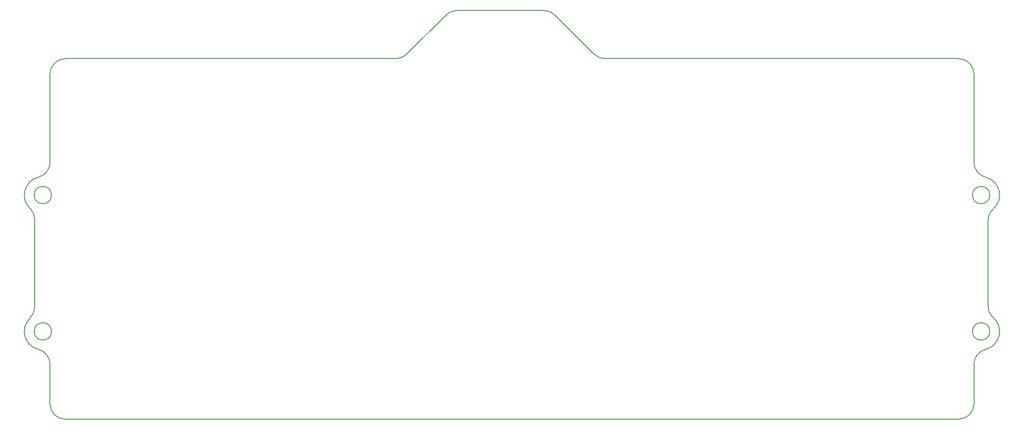
<source format=gbr>
%TF.GenerationSoftware,KiCad,Pcbnew,8.0.2*%
%TF.CreationDate,2024-06-27T20:49:00+03:00*%
%TF.ProjectId,MVBMS,4d56424d-532e-46b6-9963-61645f706362,rev?*%
%TF.SameCoordinates,Original*%
%TF.FileFunction,Profile,NP*%
%FSLAX46Y46*%
G04 Gerber Fmt 4.6, Leading zero omitted, Abs format (unit mm)*
G04 Created by KiCad (PCBNEW 8.0.2) date 2024-06-27 20:49:00*
%MOMM*%
%LPD*%
G01*
G04 APERTURE LIST*
%TA.AperFunction,Profile*%
%ADD10C,0.200000*%
%TD*%
G04 APERTURE END LIST*
D10*
X287172645Y-145792153D02*
G75*
G02*
X288192538Y-143538462I2999855J53D01*
G01*
X284416395Y-181667352D02*
G75*
G02*
X281416395Y-184667395I-2999995J-48D01*
G01*
X287516397Y-167500686D02*
G75*
G02*
X284116395Y-167500686I-1700001J0D01*
G01*
X284116395Y-167500686D02*
G75*
G02*
X287516397Y-167500686I1700001J0D01*
G01*
X173732961Y-113288711D02*
G75*
G02*
X171616080Y-114157778I-2107761J2121411D01*
G01*
X288192532Y-164796250D02*
G75*
G02*
X287172658Y-162542553I1980268J2253750D01*
G01*
X286689122Y-137341406D02*
G75*
G02*
X288192512Y-143538432I-872722J-3492594D01*
G01*
X104416394Y-140834020D02*
G75*
G02*
X101016394Y-140834020I-1700000J0D01*
G01*
X101016394Y-140834020D02*
G75*
G02*
X104416394Y-140834020I1700000J0D01*
G01*
X104116396Y-181667352D02*
X104116394Y-173903811D01*
X104416299Y-167500735D02*
G75*
G02*
X101016299Y-167500735I-1700000J0D01*
G01*
X101016299Y-167500735D02*
G75*
G02*
X104416299Y-167500735I1700000J0D01*
G01*
X212410000Y-114167398D02*
G75*
G02*
X210289730Y-113284466I5300J2999998D01*
G01*
X284416396Y-134430895D02*
X284416396Y-117167352D01*
X173732962Y-113288712D02*
X181395596Y-105626078D01*
X281416394Y-114167353D02*
G75*
G02*
X284416347Y-117167354I6J-2999947D01*
G01*
X100207211Y-143415630D02*
G75*
G02*
X101843574Y-137341451I2509069J2581570D01*
G01*
X104116394Y-134430895D02*
G75*
G02*
X101843686Y-137341480I-3000094J-5D01*
G01*
X104116395Y-117167352D02*
X104116394Y-134430895D01*
X200510000Y-104747401D02*
X183510000Y-104747401D01*
X101116301Y-145566931D02*
X101116301Y-162767956D01*
X200510000Y-104747401D02*
G75*
G02*
X202631297Y-105626116I-100J-3000099D01*
G01*
X287516397Y-140834019D02*
G75*
G02*
X284116395Y-140834019I-1700001J0D01*
G01*
X284116395Y-140834019D02*
G75*
G02*
X287516397Y-140834019I1700001J0D01*
G01*
X181395596Y-105626078D02*
G75*
G02*
X183510000Y-104747389I2121304J-2121222D01*
G01*
X171616080Y-114157741D02*
X107116395Y-114167353D01*
X104116396Y-117167353D02*
G75*
G02*
X107116395Y-114167396I2999904J53D01*
G01*
X101843668Y-170993299D02*
G75*
G02*
X104116410Y-173903811I-727368J-2910601D01*
G01*
X284416396Y-173903810D02*
G75*
G02*
X286689137Y-170993360I2999904J10D01*
G01*
X281416394Y-114167353D02*
X212410000Y-114167399D01*
X210289718Y-113284478D02*
X202631328Y-105626085D01*
X107116395Y-184667351D02*
G75*
G02*
X104116449Y-181667352I5J2999951D01*
G01*
X107116395Y-184667353D02*
X281416395Y-184667353D01*
X287172645Y-162542553D02*
X287172645Y-145792153D01*
X286689122Y-137341407D02*
G75*
G02*
X284416381Y-134430895I727378J2910607D01*
G01*
X100207211Y-143415630D02*
G75*
G02*
X101116309Y-145566931I-2090811J-2151270D01*
G01*
X101843668Y-170993299D02*
G75*
G02*
X100207322Y-164919143I872732J3492599D01*
G01*
X284416395Y-181667352D02*
X284416396Y-173903810D01*
X101116301Y-162767956D02*
G75*
G02*
X100207203Y-164919166I-2999901J56D01*
G01*
X288192532Y-164796250D02*
G75*
G02*
X286689117Y-170993280I-2376032J-2704450D01*
G01*
M02*

</source>
